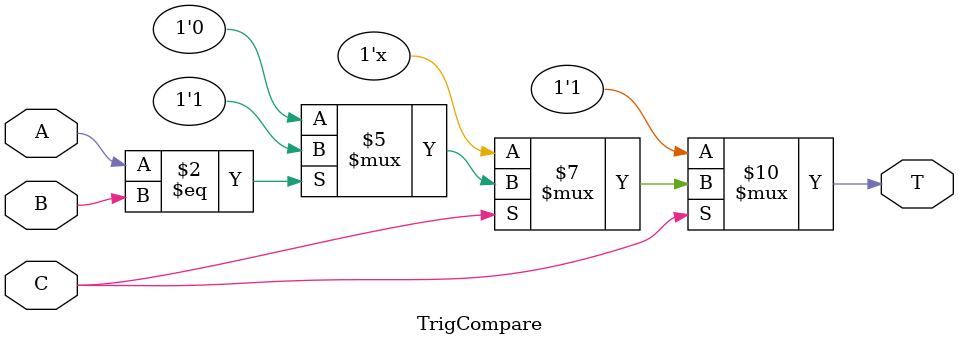
<source format=v>
module lanal(clk,reset,din,enable,dout,arm,rd,ready,trigger,triggerd,wdtrig);
//-----------------------------------------------------------
// Logic Analyzer Module
//
// Well, this is a way to record what is going on inside of
// an FPGA so that the circuits can be debugged
//
// parameter:
//	clk.............system clock
//	reset...........system reset
//	din.............this is the data to record
//	enable..........causes the data to be recorded
//	dout............output data port
//	arm.............arm trigger unit
//	rd..............read data from recording
//	ready...........indicates that memory is full
//	trigger.........trigger word
//	triggerd........enables trigger bit
//-----------------------------------------------------------
	input clk;
	input reset;
	input [31:0] din;
	input enable;
	output [7:0] dout;
	input arm;
	input rd;
	output ready;
	input [31:0] trigger;
	input [31:0] triggerd;
 	input wdtrig;			//writes data to trigger registers

	reg [31:0] treg;	//contains bit 0 of trigger for each bit (polarity)
	reg [31:0] dreg;	//contians bit 1 of trigger for each bit (enable)
	reg [31:0] Ireg;		//data input reg
	reg [8:0] WdCntr;		//address counter for writing data
	reg [10:0] RdCntr;		//address counter for reading data
	reg [7:0] dout;		//data output register
	reg [1:0] CS;			//state indicates that the system was triggered
	reg [1:0] NS;
	reg Done;				//indicates memory is full
	reg TC;
	reg ClearCntr;			//clear the address counters
	wire [31:0] TCout;
	reg wd,WdRam;
	wire [7:0] RamA,RamB,RamC,RamD;
	reg ready,setready,clearready;

	parameter [1:0] //synopsys enum STATE_TYPE
	TRIG_IDLE = 2'b00,	//do nothing
	TRIG_ARMED = 2'b01,	//arm trigger mechanism
	TRIG_TRIG = 2'b10;	//record data

	//------------------------------------------------------
	// ready status flipflop
	//------------------------------------------------------

	always @(posedge clk or posedge reset)
	begin
		if(reset)
			ready <= 0;
		else
		begin
			if(setready)
				ready <= 1;	//set
			else if (clearready)
				ready <= 0;	//clear
			else
				ready <= ready;	//hold
		end
	end

	//------------------------------------------------------
	// data input reg
	//------------------------------------------------------

	always @(posedge clk or posedge reset)
	begin
		if(reset)
			Ireg <= 0;
		else
		begin
			if(enable)	//do we record data on this clock?
				Ireg <= din;	//record data
			else
				Ireg <= Ireg;	//hold
		end
	end

	//------------------------------------------------------
	// trigger registers
	//------------------------------------------------------

	always @ (posedge clk or posedge reset)
	begin
		if (reset)
		begin
			treg <= 0;
			dreg <= 0;
		end
		else
		begin
			if(wdtrig)
			begin
				treg <= trigger;		//load trigger words
				dreg <= triggerd;
			end
			else
			begin
				treg <= treg;	//hold
				dreg <= dreg;	//hold
			end
		end
	end

	//----------------------------------------------------------
	// address counter for reading data out of the logic analyzer
	// ram
	//----------------------------------------------------------

	always @ (posedge clk or posedge reset)
	begin
		if(reset)
			RdCntr <= 0;	//reset back to zero
		else
		begin
			if(rd)
				RdCntr <= RdCntr + 1;	//count
			else if (ClearCntr)
				RdCntr <= 0;
			else
				RdCntr <= RdCntr;	//hold
		end			
	end

	//-------------------------------------------------------------
	// pipeline delay for enable
	//-------------------------------------------------------------

	always @ (posedge clk)
		wd <= enable;

	//-------------------------------------------------------------
	// Address counter for writing data into the logic analyzer ram
	//-------------------------------------------------------------

	always @ (posedge clk or posedge reset)
	begin
		if(reset)
			WdCntr <= 0;	//reset back to zero
		else
		begin
			if(wd && (CS == TRIG_TRIG))
				WdCntr <= WdCntr + 1;	//increment address
			else if (ClearCntr)
				WdCntr <= 0;	//clear to zero
			else
				WdCntr <= WdCntr;	//hold
		end
	end

	always @ (WdCntr)
	begin
		if(WdCntr == 9'b111111111)	//end or memory?
			Done = 1;
		else
			Done = 0;
	end

	//----------------------------------------------------------
	// Trigger compare logic
	//----------------------------------------------------------

	TrigCompare T0 (.A(Ireg[ 0]),.B(treg[ 0]),.C(dreg[ 0]),.T(TCout[ 0]));
	TrigCompare T1 (.A(Ireg[ 1]),.B(treg[ 1]),.C(dreg[ 1]),.T(TCout[ 1]));
	TrigCompare T2 (.A(Ireg[ 2]),.B(treg[ 2]),.C(dreg[ 2]),.T(TCout[ 2]));
	TrigCompare T3 (.A(Ireg[ 3]),.B(treg[ 3]),.C(dreg[ 3]),.T(TCout[ 3]));
	TrigCompare T4 (.A(Ireg[ 4]),.B(treg[ 4]),.C(dreg[ 4]),.T(TCout[ 4]));
	TrigCompare T5 (.A(Ireg[ 5]),.B(treg[ 5]),.C(dreg[ 5]),.T(TCout[ 5]));
	TrigCompare T6 (.A(Ireg[ 6]),.B(treg[ 6]),.C(dreg[ 6]),.T(TCout[ 6]));
	TrigCompare T7 (.A(Ireg[ 7]),.B(treg[ 7]),.C(dreg[ 7]),.T(TCout[ 7]));
	TrigCompare T8 (.A(Ireg[ 8]),.B(treg[ 8]),.C(dreg[ 8]),.T(TCout[ 8]));
	TrigCompare T9 (.A(Ireg[ 9]),.B(treg[ 9]),.C(dreg[ 9]),.T(TCout[ 9]));
	TrigCompare T10(.A(Ireg[10]),.B(treg[10]),.C(dreg[10]),.T(TCout[10]));
	TrigCompare T11(.A(Ireg[11]),.B(treg[11]),.C(dreg[11]),.T(TCout[11]));
	TrigCompare T12(.A(Ireg[12]),.B(treg[12]),.C(dreg[12]),.T(TCout[12]));
	TrigCompare T13(.A(Ireg[13]),.B(treg[13]),.C(dreg[13]),.T(TCout[13]));
	TrigCompare T14(.A(Ireg[14]),.B(treg[14]),.C(dreg[14]),.T(TCout[14]));
	TrigCompare T15(.A(Ireg[15]),.B(treg[15]),.C(dreg[15]),.T(TCout[15]));
	TrigCompare T16(.A(Ireg[16]),.B(treg[16]),.C(dreg[16]),.T(TCout[16]));
	TrigCompare T17(.A(Ireg[17]),.B(treg[17]),.C(dreg[17]),.T(TCout[17]));
	TrigCompare T18(.A(Ireg[18]),.B(treg[18]),.C(dreg[18]),.T(TCout[18]));
	TrigCompare T19(.A(Ireg[19]),.B(treg[19]),.C(dreg[19]),.T(TCout[19]));
	TrigCompare T20(.A(Ireg[20]),.B(treg[20]),.C(dreg[20]),.T(TCout[20]));
	TrigCompare T21(.A(Ireg[21]),.B(treg[21]),.C(dreg[21]),.T(TCout[21]));
	TrigCompare T22(.A(Ireg[22]),.B(treg[22]),.C(dreg[22]),.T(TCout[22]));
	TrigCompare T23(.A(Ireg[23]),.B(treg[23]),.C(dreg[23]),.T(TCout[23]));
	TrigCompare T24(.A(Ireg[24]),.B(treg[24]),.C(dreg[24]),.T(TCout[24]));
	TrigCompare T25(.A(Ireg[25]),.B(treg[25]),.C(dreg[25]),.T(TCout[25]));
	TrigCompare T26(.A(Ireg[26]),.B(treg[26]),.C(dreg[26]),.T(TCout[26]));
	TrigCompare T27(.A(Ireg[27]),.B(treg[27]),.C(dreg[27]),.T(TCout[27]));
	TrigCompare T28(.A(Ireg[28]),.B(treg[28]),.C(dreg[28]),.T(TCout[28]));
	TrigCompare T29(.A(Ireg[29]),.B(treg[29]),.C(dreg[29]),.T(TCout[29]));
	TrigCompare T30(.A(Ireg[30]),.B(treg[30]),.C(dreg[30]),.T(TCout[30]));
	TrigCompare T31(.A(Ireg[31]),.B(treg[31]),.C(dreg[31]),.T(TCout[31]));

	always @ (TCout)
		TC = TCout[31] & TCout[30] & TCout[29] & TCout[28] & TCout[27] &
			TCout[26] & TCout[25] & TCout[24] & TCout[23] & TCout[22] &
			TCout[21] & TCout[20] & TCout[19] & TCout[18] & TCout[17] &
			TCout[16] & TCout[15] & TCout[14] & TCout[13] & TCout[12] &
			TCout[11] & TCout[10] & TCout[9] & TCout[8] & TCout[7] &
			TCout[6] & TCout[5] & TCout[4] & TCout[3] & TCout[2] & TCout[1] & TCout[0];

	//----------------------------------------------------------------
	// Trigger State machine
	//----------------------------------------------------------------			
	always @ (posedge clk or posedge reset)
	begin
		if(reset)
			CS <= 0;	//reset triggered status
		else
			CS <= NS;	//goto next state
	end

	always @(CS or Done or TC or arm)
	begin
		case (CS)
			TRIG_IDLE: begin
				if(arm)
				begin
					NS = TRIG_ARMED;	//arm system?
					ClearCntr = 1;		//clear address counters
					clearready = 1;	//put into not ready state
					setready = 0;
				end
				else
				begin
					NS = TRIG_IDLE;
					ClearCntr = 0;	
					clearready = 0;
					setready = 0;
				end
			end
			TRIG_ARMED: begin
				if(TC)
				begin
					NS = TRIG_TRIG;	//triggered...record
					ClearCntr = 0;	
					clearready = 0;
					setready = 0;
				end
				else
				begin
					ClearCntr = 0;	
					NS = TRIG_ARMED;
					clearready = 0;
					setready = 0;
				end
			end
			TRIG_TRIG: begin
				if(Done)
				begin
					NS = TRIG_IDLE;	//done, stop
					ClearCntr = 0;	
					clearready = 0;
					setready = 1;		//put into ready state
				end
				else
				begin
					NS = TRIG_TRIG;
					ClearCntr = 0;	
					clearready = 0;
					setready = 0;
				end
			end
			default: begin
				NS = TRIG_IDLE;
				ClearCntr = 0;	
				clearready = 1;
				setready = 0;
			end
		endcase
	end

	//***********************************************************************************************
	// Memory
	//***********************************************************************************************
    	always @ (wd or CS)
		WdRam = wd && (CS == TRIG_TRIG);
/*
	RAMB4_S8_S8 RAM1(.DOA(), .DOB(RamA), .ADDRA(WdCntr), .CLKA(clk), .DIA(Ireg[7:0]  ), .ENA(1'b1), .RSTA(1'b0), .WEA(WdRam), .ADDRB(RdCntr[10:2]), .CLKB(clk), .DIB(8'b0), .ENB(1'b1), .RSTB(1'b0), .WEB(1'b0));
	RAMB4_S8_S8 RAM2(.DOA(), .DOB(RamB), .ADDRA(WdCntr), .CLKA(clk), .DIA(Ireg[15:8] ), .ENA(1'b1), .RSTA(1'b0), .WEA(WdRam), .ADDRB(RdCntr[10:2]), .CLKB(clk), .DIB(8'b0), .ENB(1'b1), .RSTB(1'b0), .WEB(1'b0));
	RAMB4_S8_S8 RAM3(.DOA(), .DOB(RamC), .ADDRA(WdCntr), .CLKA(clk), .DIA(Ireg[23:16]), .ENA(1'b1), .RSTA(1'b0), .WEA(WdRam), .ADDRB(RdCntr[10:2]), .CLKB(clk), .DIB(8'b0), .ENB(1'b1), .RSTB(1'b0), .WEB(1'b0));
	RAMB4_S8_S8 RAM4(.DOA(), .DOB(RamD), .ADDRA(WdCntr), .CLKA(clk), .DIA(Ireg[31:24]), .ENA(1'b1), .RSTA(1'b0), .WEA(WdRam), .ADDRB(RdCntr[10:2]), .CLKB(clk), .DIB(8'b0), .ENB(1'b1), .RSTB(1'b0), .WEB(1'b0));
*/
 
	ram8 RAM1 (.addra(WdCntr),.addrb(RdCntr[10:2]),.clka(clk),.clkb(clk),.dina(Ireg[7:0]  ),.doutb(RamA),.wea(WdRam));
	ram8 RAM2 (.addra(WdCntr),.addrb(RdCntr[10:2]),.clka(clk),.clkb(clk),.dina(Ireg[15:8] ),.doutb(RamB),.wea(WdRam));
	ram8 RAM3 (.addra(WdCntr),.addrb(RdCntr[10:2]),.clka(clk),.clkb(clk),.dina(Ireg[23:16]),.doutb(RamC),.wea(WdRam));
	ram8 RAM4 (.addra(WdCntr),.addrb(RdCntr[10:2]),.clka(clk),.clkb(clk),.dina(Ireg[31:24]),.doutb(RamD),.wea(WdRam));

	//-----------------------------------------------------------------------------------------------
	// output mux
	//-----------------------------------------------------------------------------------------------

	always @(RdCntr[1:0] or RamA or RamB or RamC or RamD)
	begin
		case (RdCntr[1:0])
			2'b00:dout = RamA;
			2'b01:dout = RamB;
			2'b10:dout = RamC;
			2'b11:dout = RamD;
			default:dout = 8'bx;
		endcase
	end
endmodule

module TrigCompare(A,B,C,T);
	input A;	//data input
	input B;	//tirgger input
	input C;	//trigger enable
	output T;	//output

	reg T;

	always @ (A or B or C)
	begin
		if(C)	//we do care
		begin
			if(A == B)
				T = 1;	//triggered
			else
				T = 0;	//not triggered
		end
		else
			T = 1;	//if it is don't care, indicate a trigger			
	end
endmodule


</source>
